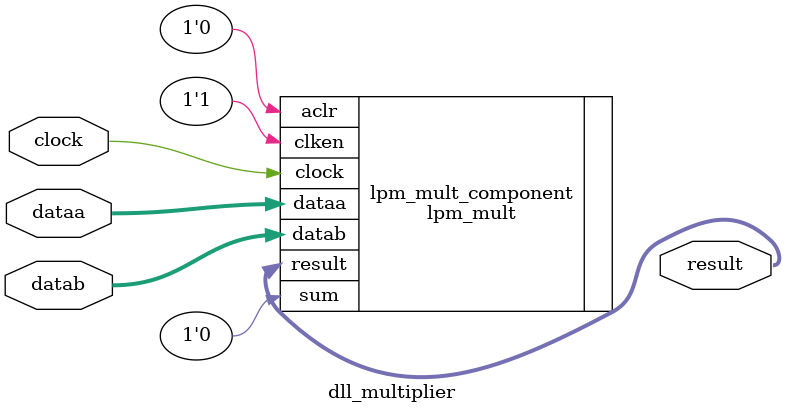
<source format=v>

`timescale 1 ps / 1 ps
// synopsys translate_on
module dll_multiplier (
    input                          clock,
    input [INPUT_A_WIDTH-1:0]      dataa,
    input [INPUT_B_WIDTH-1:0]      datab,
    output wire [OUTPUT_WIDTH-1:0] result);

   parameter INPUT_A_WIDTH = 9;
   parameter INPUT_B_WIDTH = 9;
   localparam OUTPUT_WIDTH = INPUT_A_WIDTH+INPUT_B_WIDTH;

   lpm_mult lpm_mult_component (.dataa (dataa),
				.datab (datab),
				.clock (clock),
				.result (result),
				.aclr (1'b0),
				.clken (1'b1),
				.sum (1'b0));
   defparam lpm_mult_component.lpm_hint = "MAXIMIZE_SPEED=9",
	    lpm_mult_component.lpm_pipeline = 1,
	    lpm_mult_component.lpm_representation = "UNSIGNED",
	    lpm_mult_component.lpm_type = "LPM_MULT",
	    lpm_mult_component.lpm_widtha = INPUT_A_WIDTH,
	    lpm_mult_component.lpm_widthb = INPUT_B_WIDTH,
	    lpm_mult_component.lpm_widthp = OUTPUT_WIDTH;

endmodule

</source>
